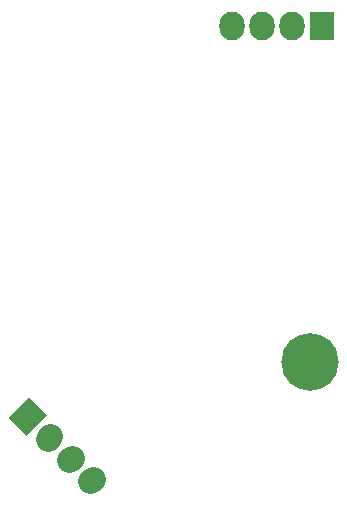
<source format=gbs>
G04 #@! TF.FileFunction,Soldermask,Bot*
%FSLAX46Y46*%
G04 Gerber Fmt 4.6, Leading zero omitted, Abs format (unit mm)*
G04 Created by KiCad (PCBNEW 4.0.2+dfsg1-stable) date Fri 05 Oct 2018 02:59:10 AM EDT*
%MOMM*%
G01*
G04 APERTURE LIST*
%ADD10C,0.100000*%
%ADD11C,4.870400*%
%ADD12C,2.127200*%
%ADD13R,2.127200X2.432000*%
%ADD14O,2.127200X2.432000*%
G04 APERTURE END LIST*
D10*
D11*
X152908000Y-106680000D03*
D10*
G36*
X128924237Y-112863921D02*
X127420079Y-111359763D01*
X129139763Y-109640079D01*
X130643921Y-111144237D01*
X128924237Y-112863921D01*
X128924237Y-112863921D01*
G37*
D12*
X130720288Y-113155814D02*
X130935814Y-112940288D01*
X132516339Y-114951865D02*
X132731865Y-114736339D01*
X134312391Y-116747917D02*
X134527917Y-116532391D01*
D13*
X153924000Y-78232000D03*
D14*
X151384000Y-78232000D03*
X148844000Y-78232000D03*
X146304000Y-78232000D03*
M02*

</source>
